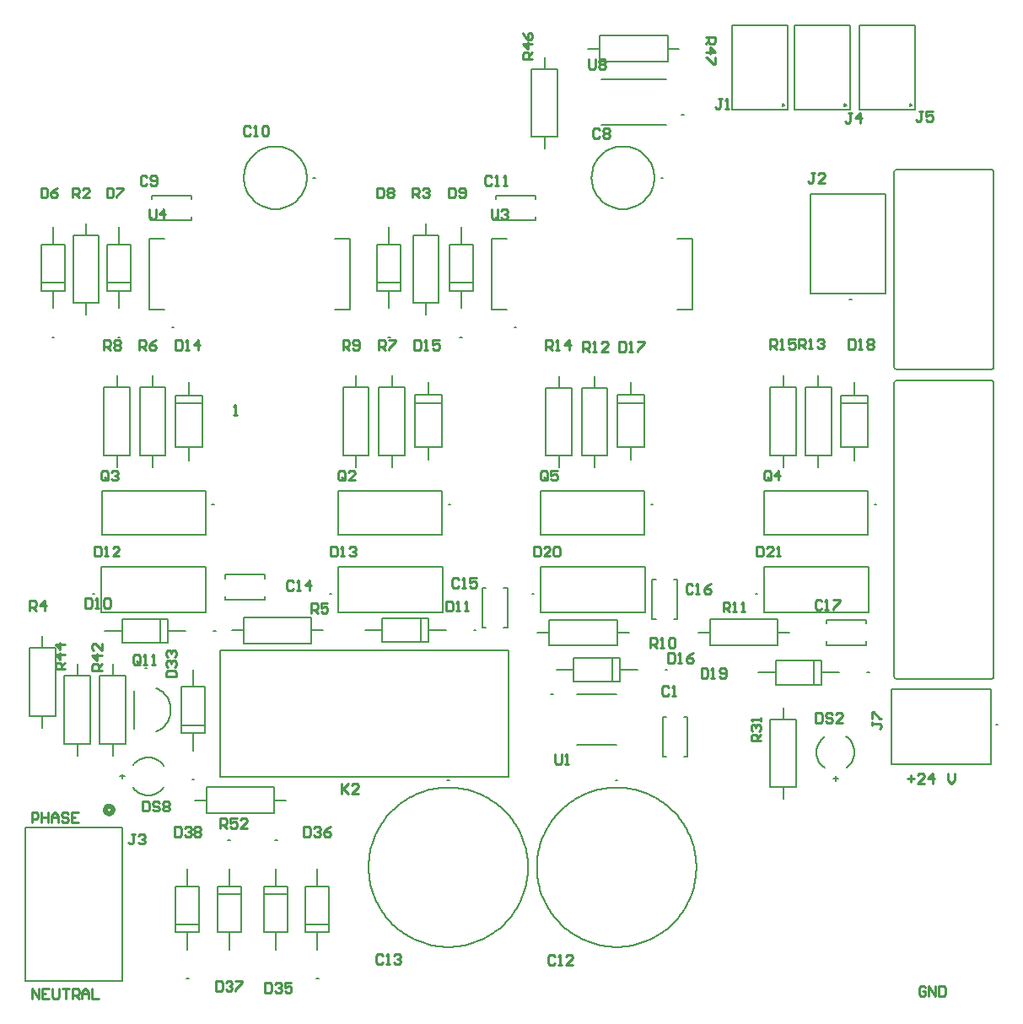
<source format=gto>
G04*
G04 #@! TF.GenerationSoftware,Altium Limited,Altium Designer,23.8.1 (32)*
G04*
G04 Layer_Color=65535*
%FSLAX25Y25*%
%MOIN*%
G70*
G04*
G04 #@! TF.SameCoordinates,CA3F4A39-35F6-43B6-803E-031CCE665758*
G04*
G04*
G04 #@! TF.FilePolarity,Positive*
G04*
G01*
G75*
%ADD10C,0.00709*%
%ADD11C,0.00500*%
%ADD12C,0.02000*%
%ADD13C,0.00787*%
%ADD14C,0.00600*%
%ADD15C,0.01000*%
D10*
X481098Y399410D02*
X480805Y400117D01*
X480098Y400410D01*
Y282300D02*
X480805Y282593D01*
X481098Y283300D01*
X442728Y400410D02*
X442021Y400117D01*
X441728Y399410D01*
Y283300D02*
X442021Y282593D01*
X442728Y282300D01*
X481098Y482600D02*
X480805Y483307D01*
X480098Y483600D01*
Y404860D02*
X480805Y405153D01*
X481098Y405860D01*
X442728Y483600D02*
X442021Y483307D01*
X441728Y482600D01*
Y405860D02*
X442021Y405153D01*
X442728Y404860D01*
Y282300D02*
X480098D01*
X442728Y400410D02*
X480098D01*
X481098Y283300D02*
Y399410D01*
X441728Y283300D02*
Y399410D01*
X442728Y404860D02*
X480098D01*
X442728Y483600D02*
X480098D01*
X481098Y405860D02*
Y482600D01*
X441728Y405860D02*
Y482600D01*
D11*
X448628Y509205D02*
X447792Y509687D01*
Y508722D01*
X448628Y509205D01*
X422880D02*
X422045Y509687D01*
Y508722D01*
X422880Y509205D01*
X398376D02*
X397540Y509687D01*
Y508722D01*
X398376Y509205D01*
X149997Y261622D02*
X150901Y262045D01*
X151754Y262563D01*
X152546Y263170D01*
X153268Y263858D01*
X153912Y264620D01*
X154470Y265447D01*
X154935Y266330D01*
X155303Y267257D01*
X155569Y268219D01*
X155730Y269204D01*
X155783Y270200D01*
X155730Y271196D01*
X155569Y272181D01*
X155303Y273143D01*
X154935Y274070D01*
X154470Y274953D01*
X153912Y275780D01*
X153268Y276542D01*
X152546Y277231D01*
X151754Y277837D01*
X150901Y278355D01*
X149997Y278778D01*
X346902Y480500D02*
X346861Y481498D01*
X346741Y482489D01*
X346541Y483468D01*
X346263Y484427D01*
X345909Y485361D01*
X345481Y486263D01*
X344982Y487128D01*
X344414Y487950D01*
X343783Y488724D01*
X343091Y489444D01*
X342343Y490106D01*
X341545Y490706D01*
X340701Y491240D01*
X339816Y491704D01*
X338898Y492096D01*
X337950Y492412D01*
X336981Y492651D01*
X335995Y492811D01*
X334999Y492892D01*
X334001D01*
X333005Y492811D01*
X332019Y492651D01*
X331050Y492412D01*
X330102Y492096D01*
X329184Y491704D01*
X328299Y491240D01*
X327455Y490706D01*
X326657Y490106D01*
X325909Y489444D01*
X325217Y488724D01*
X324586Y487950D01*
X324018Y487128D01*
X323519Y486263D01*
X323091Y485361D01*
X322737Y484427D01*
X322459Y483468D01*
X322259Y482489D01*
X322139Y481498D01*
X322098Y480500D01*
X322139Y479502D01*
X322259Y478511D01*
X322459Y477532D01*
X322737Y476573D01*
X323091Y475639D01*
X323519Y474737D01*
X324018Y473872D01*
X324586Y473050D01*
X325217Y472276D01*
X325909Y471556D01*
X326657Y470894D01*
X327455Y470294D01*
X328299Y469760D01*
X329184Y469296D01*
X330102Y468904D01*
X331050Y468588D01*
X332019Y468349D01*
X333005Y468189D01*
X334001Y468109D01*
X334999D01*
X335995Y468189D01*
X336981Y468349D01*
X337950Y468588D01*
X338898Y468904D01*
X339816Y469296D01*
X340701Y469760D01*
X341545Y470294D01*
X342343Y470894D01*
X343091Y471556D01*
X343783Y472276D01*
X344414Y473050D01*
X344982Y473872D01*
X345481Y474737D01*
X345909Y475639D01*
X346263Y476573D01*
X346541Y477532D01*
X346741Y478511D01*
X346861Y479502D01*
X346902Y480500D01*
X363496Y208000D02*
X363480Y208999D01*
X363433Y209998D01*
X363353Y210994D01*
X363243Y211987D01*
X363100Y212976D01*
X362927Y213961D01*
X362722Y214939D01*
X362487Y215910D01*
X362220Y216874D01*
X361924Y217828D01*
X361597Y218772D01*
X361240Y219706D01*
X360854Y220628D01*
X360439Y221537D01*
X359995Y222432D01*
X359523Y223313D01*
X359023Y224179D01*
X358496Y225028D01*
X357943Y225860D01*
X357363Y226674D01*
X356758Y227470D01*
X356127Y228245D01*
X355473Y229001D01*
X354795Y229735D01*
X354094Y230447D01*
X353370Y231137D01*
X352625Y231803D01*
X351860Y232446D01*
X351074Y233063D01*
X350270Y233656D01*
X349446Y234223D01*
X348605Y234763D01*
X347748Y235276D01*
X346875Y235762D01*
X345986Y236220D01*
X345084Y236650D01*
X344168Y237051D01*
X343240Y237422D01*
X342301Y237764D01*
X341352Y238076D01*
X340393Y238357D01*
X339425Y238608D01*
X338451Y238828D01*
X337469Y239018D01*
X336482Y239176D01*
X335491Y239302D01*
X334496Y239397D01*
X333499Y239460D01*
X332500Y239492D01*
X331500D01*
X330501Y239460D01*
X329504Y239397D01*
X328509Y239302D01*
X327518Y239176D01*
X326531Y239018D01*
X325549Y238828D01*
X324574Y238608D01*
X323607Y238357D01*
X322648Y238076D01*
X321699Y237764D01*
X320760Y237422D01*
X319832Y237051D01*
X318916Y236650D01*
X318014Y236220D01*
X317125Y235762D01*
X316252Y235276D01*
X315394Y234763D01*
X314554Y234223D01*
X313731Y233656D01*
X312926Y233063D01*
X312140Y232446D01*
X311374Y231803D01*
X310630Y231137D01*
X309906Y230447D01*
X309205Y229735D01*
X308527Y229001D01*
X307873Y228245D01*
X307242Y227470D01*
X306637Y226674D01*
X306057Y225860D01*
X305504Y225028D01*
X304977Y224179D01*
X304477Y223313D01*
X304005Y222432D01*
X303561Y221537D01*
X303146Y220628D01*
X302760Y219706D01*
X302403Y218772D01*
X302077Y217828D01*
X301780Y216874D01*
X301513Y215910D01*
X301278Y214939D01*
X301073Y213961D01*
X300900Y212977D01*
X300757Y211987D01*
X300647Y210994D01*
X300567Y209998D01*
X300520Y208999D01*
X300504Y208000D01*
X300520Y207001D01*
X300567Y206002D01*
X300646Y205006D01*
X300757Y204013D01*
X300900Y203024D01*
X301073Y202039D01*
X301278Y201061D01*
X301513Y200090D01*
X301780Y199127D01*
X302077Y198172D01*
X302403Y197228D01*
X302760Y196294D01*
X303146Y195372D01*
X303561Y194463D01*
X304005Y193568D01*
X304477Y192687D01*
X304977Y191821D01*
X305504Y190972D01*
X306057Y190140D01*
X306637Y189326D01*
X307242Y188531D01*
X307873Y187755D01*
X308527Y186999D01*
X309205Y186265D01*
X309906Y185553D01*
X310630Y184863D01*
X311374Y184197D01*
X312140Y183554D01*
X312926Y182937D01*
X313730Y182344D01*
X314554Y181777D01*
X315394Y181237D01*
X316252Y180724D01*
X317125Y180238D01*
X318014Y179780D01*
X318916Y179350D01*
X319831Y178949D01*
X320759Y178578D01*
X321698Y178236D01*
X322648Y177924D01*
X323607Y177643D01*
X324574Y177392D01*
X325549Y177172D01*
X326531Y176982D01*
X327517Y176824D01*
X328509Y176698D01*
X329504Y176603D01*
X330501Y176540D01*
X331500Y176508D01*
X332500Y176508D01*
X333498Y176540D01*
X334496Y176603D01*
X335491Y176698D01*
X336482Y176824D01*
X337469Y176982D01*
X338450Y177172D01*
X339425Y177392D01*
X340393Y177643D01*
X341352Y177924D01*
X342301Y178236D01*
X343240Y178578D01*
X344168Y178949D01*
X345084Y179350D01*
X345986Y179780D01*
X346874Y180238D01*
X347748Y180724D01*
X348605Y181237D01*
X349446Y181777D01*
X350269Y182344D01*
X351074Y182937D01*
X351860Y183554D01*
X352625Y184197D01*
X353370Y184863D01*
X354094Y185553D01*
X354795Y186265D01*
X355473Y186999D01*
X356127Y187754D01*
X356757Y188530D01*
X357363Y189325D01*
X357942Y190140D01*
X358496Y190972D01*
X359023Y191821D01*
X359523Y192686D01*
X359995Y193567D01*
X360438Y194463D01*
X360854Y195372D01*
X361240Y196294D01*
X361596Y197227D01*
X361923Y198172D01*
X362220Y199126D01*
X362487Y200090D01*
X362722Y201061D01*
X362927Y202039D01*
X363100Y203023D01*
X363243Y204012D01*
X363353Y205006D01*
X363433Y206002D01*
X363480Y207000D01*
X363496Y208000D01*
X296996Y208000D02*
X296980Y208999D01*
X296933Y209998D01*
X296853Y210994D01*
X296743Y211987D01*
X296600Y212976D01*
X296427Y213961D01*
X296222Y214939D01*
X295987Y215910D01*
X295720Y216874D01*
X295424Y217828D01*
X295097Y218772D01*
X294740Y219706D01*
X294354Y220628D01*
X293939Y221537D01*
X293495Y222432D01*
X293023Y223313D01*
X292523Y224179D01*
X291996Y225028D01*
X291443Y225860D01*
X290863Y226674D01*
X290258Y227470D01*
X289627Y228245D01*
X288973Y229001D01*
X288295Y229735D01*
X287594Y230447D01*
X286870Y231137D01*
X286125Y231803D01*
X285360Y232446D01*
X284574Y233063D01*
X283769Y233656D01*
X282946Y234223D01*
X282105Y234763D01*
X281248Y235276D01*
X280375Y235762D01*
X279486Y236220D01*
X278584Y236650D01*
X277668Y237051D01*
X276741Y237422D01*
X275801Y237764D01*
X274852Y238076D01*
X273893Y238357D01*
X272925Y238608D01*
X271951Y238828D01*
X270969Y239018D01*
X269982Y239176D01*
X268991Y239302D01*
X267996Y239397D01*
X266999Y239460D01*
X266000Y239492D01*
X265000D01*
X264001Y239460D01*
X263004Y239397D01*
X262009Y239302D01*
X261018Y239176D01*
X260031Y239018D01*
X259049Y238828D01*
X258074Y238608D01*
X257107Y238357D01*
X256148Y238076D01*
X255199Y237764D01*
X254259Y237422D01*
X253332Y237051D01*
X252416Y236650D01*
X251514Y236220D01*
X250625Y235762D01*
X249752Y235276D01*
X248895Y234763D01*
X248054Y234223D01*
X247231Y233656D01*
X246426Y233063D01*
X245640Y232446D01*
X244875Y231803D01*
X244130Y231137D01*
X243406Y230447D01*
X242705Y229735D01*
X242027Y229001D01*
X241373Y228245D01*
X240742Y227470D01*
X240137Y226674D01*
X239557Y225860D01*
X239004Y225028D01*
X238477Y224179D01*
X237977Y223313D01*
X237505Y222432D01*
X237061Y221537D01*
X236646Y220628D01*
X236260Y219706D01*
X235903Y218772D01*
X235577Y217828D01*
X235280Y216874D01*
X235013Y215910D01*
X234778Y214939D01*
X234573Y213961D01*
X234400Y212977D01*
X234257Y211987D01*
X234147Y210994D01*
X234067Y209998D01*
X234020Y208999D01*
X234004Y208000D01*
X234020Y207001D01*
X234067Y206002D01*
X234146Y205006D01*
X234257Y204013D01*
X234400Y203024D01*
X234573Y202039D01*
X234778Y201061D01*
X235013Y200090D01*
X235280Y199127D01*
X235577Y198172D01*
X235903Y197228D01*
X236260Y196294D01*
X236646Y195372D01*
X237061Y194463D01*
X237505Y193568D01*
X237977Y192687D01*
X238477Y191821D01*
X239004Y190972D01*
X239557Y190140D01*
X240137Y189326D01*
X240742Y188531D01*
X241372Y187755D01*
X242027Y186999D01*
X242705Y186265D01*
X243406Y185553D01*
X244129Y184863D01*
X244874Y184197D01*
X245640Y183554D01*
X246426Y182937D01*
X247230Y182344D01*
X248054Y181777D01*
X248894Y181237D01*
X249752Y180724D01*
X250625Y180238D01*
X251514Y179780D01*
X252416Y179350D01*
X253331Y178949D01*
X254259Y178578D01*
X255199Y178236D01*
X256148Y177924D01*
X257107Y177643D01*
X258074Y177392D01*
X259049Y177172D01*
X260031Y176982D01*
X261017Y176824D01*
X262009Y176698D01*
X263004Y176603D01*
X264001Y176540D01*
X265000Y176508D01*
X266000Y176508D01*
X266998Y176540D01*
X267996Y176603D01*
X268991Y176698D01*
X269982Y176824D01*
X270969Y176982D01*
X271950Y177172D01*
X272925Y177392D01*
X273893Y177643D01*
X274852Y177924D01*
X275801Y178236D01*
X276740Y178578D01*
X277668Y178949D01*
X278584Y179350D01*
X279486Y179780D01*
X280374Y180238D01*
X281248Y180724D01*
X282105Y181237D01*
X282946Y181777D01*
X283769Y182344D01*
X284574Y182937D01*
X285360Y183554D01*
X286125Y184197D01*
X286870Y184863D01*
X287594Y185553D01*
X288295Y186265D01*
X288973Y186999D01*
X289627Y187754D01*
X290257Y188530D01*
X290863Y189325D01*
X291442Y190140D01*
X291996Y190972D01*
X292523Y191821D01*
X293023Y192686D01*
X293495Y193567D01*
X293938Y194463D01*
X294354Y195372D01*
X294740Y196294D01*
X295096Y197227D01*
X295423Y198172D01*
X295720Y199126D01*
X295987Y200090D01*
X296222Y201061D01*
X296427Y202039D01*
X296600Y203023D01*
X296743Y204012D01*
X296853Y205006D01*
X296933Y206002D01*
X296980Y207000D01*
X296996Y208000D01*
X209502Y480500D02*
X209461Y481498D01*
X209341Y482489D01*
X209141Y483468D01*
X208863Y484427D01*
X208509Y485361D01*
X208081Y486263D01*
X207582Y487128D01*
X207014Y487950D01*
X206383Y488724D01*
X205691Y489444D01*
X204943Y490106D01*
X204145Y490706D01*
X203301Y491240D01*
X202416Y491704D01*
X201498Y492096D01*
X200550Y492412D01*
X199581Y492651D01*
X198595Y492811D01*
X197599Y492892D01*
X196601D01*
X195605Y492811D01*
X194619Y492651D01*
X193650Y492412D01*
X192702Y492096D01*
X191783Y491704D01*
X190899Y491240D01*
X190055Y490706D01*
X189257Y490106D01*
X188509Y489444D01*
X187817Y488724D01*
X187186Y487950D01*
X186618Y487128D01*
X186119Y486263D01*
X185691Y485361D01*
X185337Y484427D01*
X185059Y483468D01*
X184859Y482489D01*
X184739Y481498D01*
X184698Y480500D01*
X184739Y479502D01*
X184859Y478511D01*
X185059Y477532D01*
X185337Y476573D01*
X185691Y475639D01*
X186119Y474737D01*
X186618Y473872D01*
X187186Y473050D01*
X187817Y472276D01*
X188509Y471556D01*
X189257Y470894D01*
X190055Y470294D01*
X190899Y469760D01*
X191783Y469296D01*
X192702Y468904D01*
X193650Y468588D01*
X194619Y468349D01*
X195605Y468189D01*
X196601Y468109D01*
X197599D01*
X198595Y468189D01*
X199581Y468349D01*
X200550Y468588D01*
X201498Y468904D01*
X202416Y469296D01*
X203301Y469760D01*
X204145Y470294D01*
X204943Y470894D01*
X205691Y471556D01*
X206383Y472276D01*
X207014Y473050D01*
X207582Y473872D01*
X208081Y474737D01*
X208509Y475639D01*
X208863Y476573D01*
X209141Y477532D01*
X209341Y478511D01*
X209461Y479502D01*
X209502Y480500D01*
X303500Y492069D02*
Y496714D01*
Y523486D02*
Y528132D01*
X308618Y496714D02*
Y523486D01*
X303500Y496714D02*
X308618D01*
X298382D02*
X303500D01*
X298382D02*
Y523486D01*
X303500D01*
X308618D01*
X450000Y507354D02*
Y540819D01*
X428032Y507354D02*
Y540819D01*
X450000D01*
X428032Y507354D02*
X450000D01*
X424252D02*
Y540819D01*
X402283Y507354D02*
Y540819D01*
X424252D01*
X402283Y507354D02*
X424252D01*
X399748D02*
Y540819D01*
X377780Y507354D02*
Y540819D01*
X399748D01*
X377780Y507354D02*
X399748D01*
X141217Y262627D02*
Y277773D01*
Y262627D02*
Y277773D01*
X177126Y323621D02*
X192874D01*
X177126Y313779D02*
X192874D01*
Y322224D02*
Y323621D01*
X177126Y322224D02*
Y323621D01*
X192874Y313779D02*
Y315176D01*
X177126Y313779D02*
Y315176D01*
X175186Y293700D02*
X289339D01*
Y243700D02*
Y293700D01*
X175166Y243700D02*
X289339D01*
X175166D02*
Y293700D01*
X211332Y296480D02*
Y301598D01*
Y306717D01*
X184561D02*
X211332D01*
X184561Y301598D02*
Y306717D01*
Y296480D02*
Y301598D01*
Y296480D02*
X211332D01*
Y301598D02*
X215978D01*
X179915D02*
X184561D01*
X257614D02*
X264504D01*
X232496D02*
X239386D01*
Y296923D02*
X257614D01*
X239386D02*
Y301598D01*
Y306274D01*
X257614D01*
Y301598D02*
Y306274D01*
Y296923D02*
Y301598D01*
X254500Y297098D02*
Y306098D01*
X395686Y295681D02*
Y300799D01*
Y305917D01*
X368914D02*
X395686D01*
X368914Y300799D02*
Y305917D01*
Y295681D02*
Y300799D01*
Y295681D02*
X395686D01*
Y300799D02*
X400332D01*
X364269D02*
X368914D01*
X305414Y300700D02*
Y305818D01*
Y295582D02*
Y300700D01*
Y295582D02*
X332186D01*
Y300700D01*
Y305818D01*
X305414D02*
X332186D01*
X300769Y300700D02*
X305414D01*
X332186D02*
X336832D01*
X288821Y302626D02*
Y318374D01*
X278979Y302626D02*
Y318374D01*
X287424Y302626D02*
X288821D01*
X287424Y318374D02*
X288821D01*
X278979Y302626D02*
X280376D01*
X278979Y318374D02*
X280376D01*
X355921Y306126D02*
Y321874D01*
X346079Y306126D02*
Y321874D01*
X354524Y306126D02*
X355921D01*
X354524Y321874D02*
X355921D01*
X346079Y306126D02*
X347476D01*
X346079Y321874D02*
X347476D01*
X333314Y286200D02*
X340204D01*
X308196D02*
X315086D01*
Y281525D02*
X333314D01*
X315086D02*
Y286200D01*
Y290875D01*
X333314D01*
Y286200D02*
Y290875D01*
Y281525D02*
Y286200D01*
X330200Y281700D02*
Y290700D01*
X316126Y256559D02*
X331874D01*
X316126Y276441D02*
X331874D01*
X413114Y284900D02*
X420004D01*
X387996D02*
X394886D01*
Y280225D02*
X413114D01*
X394886D02*
Y284900D01*
Y289575D01*
X413114D01*
Y284900D02*
Y289575D01*
Y280225D02*
Y284900D01*
X410000Y280400D02*
Y289400D01*
X397900Y266386D02*
X403018D01*
X392782D02*
X397900D01*
X392782Y239614D02*
Y266386D01*
Y239614D02*
X397900D01*
X403018D01*
Y266386D01*
X397900D02*
Y271032D01*
Y234969D02*
Y239614D01*
X134500Y397634D02*
X139618D01*
X129382D02*
X134500D01*
X129382Y370862D02*
Y397634D01*
Y370862D02*
X134500D01*
X139618D01*
Y397634D01*
X134500D02*
Y402280D01*
Y366217D02*
Y370862D01*
X163000Y368894D02*
Y374012D01*
Y394484D02*
Y399602D01*
Y374012D02*
X168315D01*
X157685D02*
X163000D01*
X157685Y394484D02*
X163000D01*
X168315D01*
X157685Y391236D02*
X168315D01*
X157685Y374012D02*
Y391236D01*
Y394484D01*
X168315Y391236D02*
Y394484D01*
Y374012D02*
Y391236D01*
X128331Y308713D02*
X169669D01*
Y326783D01*
X128331D02*
X169669D01*
X128331Y308713D02*
Y326783D01*
X169502Y339309D02*
Y356809D01*
X128498Y339309D02*
X169502D01*
X128498D02*
Y356809D01*
X169502D01*
X148650Y397634D02*
X153768D01*
X143532D02*
X148650D01*
X143532Y370862D02*
Y397634D01*
Y370862D02*
X148650D01*
X153768D01*
Y397634D01*
X148650D02*
Y402280D01*
Y366217D02*
Y370862D01*
X170014Y234500D02*
Y239618D01*
Y229382D02*
Y234500D01*
Y229382D02*
X196786D01*
Y234500D01*
Y239618D01*
X170014D02*
X196786D01*
X165369Y234500D02*
X170014D01*
X196786D02*
X201432D01*
X440615Y248752D02*
X479985D01*
Y278280D01*
X440615D02*
X479985D01*
X440615Y248752D02*
Y278280D01*
X127782Y256814D02*
X132900D01*
X138018D01*
Y283586D01*
X132900D02*
X138018D01*
X127782D02*
X132900D01*
X127782Y256814D02*
Y283586D01*
X132900Y252169D02*
Y256814D01*
Y283586D02*
Y288232D01*
X113782Y256814D02*
X118900D01*
X124018D01*
Y283586D01*
X118900D02*
X124018D01*
X113782D02*
X118900D01*
X113782Y256814D02*
Y283586D01*
X118900Y252169D02*
Y256814D01*
Y283586D02*
Y288232D01*
X164600Y254195D02*
Y261085D01*
Y279313D02*
Y286203D01*
X159925Y261085D02*
Y279313D01*
X164600D01*
X169275D01*
Y261085D02*
Y279313D01*
X164600Y261085D02*
X169275D01*
X159925D02*
X164600D01*
X160100Y264199D02*
X169100D01*
X325360Y531500D02*
Y536618D01*
Y526382D02*
Y531500D01*
Y526382D02*
X352132D01*
Y531500D01*
Y536618D01*
X325360D02*
X352132D01*
X320714Y531500D02*
X325360D01*
X352132D02*
X356777D01*
X197400Y200487D02*
Y207377D01*
Y175369D02*
Y182259D01*
X202075D02*
Y200487D01*
X197400Y182259D02*
X202075D01*
X192725D02*
X197400D01*
X192725D02*
Y200487D01*
X197400D01*
X202075D01*
X192900Y197373D02*
X201900D01*
X213767Y175369D02*
Y182259D01*
Y200487D02*
Y207377D01*
X209091Y182259D02*
Y200487D01*
X213767D01*
X218442D01*
Y182259D02*
Y200487D01*
X213767Y182259D02*
X218442D01*
X209091D02*
X213767D01*
X209267Y185373D02*
X218267D01*
X162433Y175369D02*
Y182259D01*
Y200487D02*
Y207377D01*
X157758Y182259D02*
Y200487D01*
X162433D01*
X167109D01*
Y182259D02*
Y200487D01*
X162433Y182259D02*
X167109D01*
X157758D02*
X162433D01*
X157933Y185373D02*
X166933D01*
X178800Y200487D02*
Y207377D01*
Y175369D02*
Y182259D01*
X183475D02*
Y200487D01*
X178800Y182259D02*
X183475D01*
X174125D02*
X178800D01*
X174125D02*
Y200487D01*
X178800D01*
X183475D01*
X174300Y197373D02*
X183300D01*
X431302Y339309D02*
Y356809D01*
X390298Y339309D02*
X431302D01*
X390298D02*
Y356809D01*
X431302D01*
X343102Y339309D02*
Y356809D01*
X302098Y339309D02*
X343102D01*
X302098D02*
Y356809D01*
X343102D01*
X301931Y308713D02*
X343269D01*
Y326783D01*
X301931D02*
X343269D01*
X301931Y308713D02*
Y326783D01*
X390131Y308713D02*
X431469D01*
Y326783D01*
X390131D02*
X431469D01*
X390131Y308713D02*
Y326783D01*
X337700Y368992D02*
Y374110D01*
Y394583D02*
Y399701D01*
Y374110D02*
X343015D01*
X332385D02*
X337700D01*
X332385Y394583D02*
X337700D01*
X343015D01*
X332385Y391335D02*
X343015D01*
X332385Y374110D02*
Y391335D01*
Y394583D01*
X343015Y391335D02*
Y394583D01*
Y374110D02*
Y391335D01*
X309175Y397559D02*
X314293D01*
X304057D02*
X309175D01*
X304057Y370787D02*
Y397559D01*
Y370787D02*
X309175D01*
X314293D01*
Y397559D01*
X309175D02*
Y402204D01*
Y366141D02*
Y370787D01*
X323339Y397483D02*
X328457D01*
X318221D02*
X323339D01*
X318221Y370712D02*
Y397483D01*
Y370712D02*
X323339D01*
X328457D01*
Y397483D01*
X323339D02*
Y402129D01*
Y366066D02*
Y370712D01*
X411749Y397634D02*
X416867D01*
X406631D02*
X411749D01*
X406631Y370862D02*
Y397634D01*
Y370862D02*
X411749D01*
X416867D01*
Y397634D01*
X411749D02*
Y402280D01*
Y366217D02*
Y370862D01*
X397900Y397634D02*
X403018D01*
X392782D02*
X397900D01*
X392782Y370862D02*
Y397634D01*
Y370862D02*
X397900D01*
X403018D01*
Y397634D01*
X397900D02*
Y402280D01*
Y366217D02*
Y370862D01*
X425900Y368894D02*
Y374012D01*
Y394484D02*
Y399602D01*
Y374012D02*
X431215D01*
X420585D02*
X425900D01*
X420585Y394484D02*
X425900D01*
X431215D01*
X420585Y391236D02*
X431215D01*
X420585Y374012D02*
Y391236D01*
Y394484D01*
X431215Y391236D02*
Y394484D01*
Y374012D02*
Y391236D01*
X325950Y519355D02*
X351541D01*
X325950Y501245D02*
X351541D01*
X147236Y428484D02*
X153311D01*
X147236D02*
Y456516D01*
X153311D01*
X220689D02*
X226764D01*
Y428484D02*
Y456516D01*
X220689Y428484D02*
X226764D01*
X109260Y428996D02*
Y435886D01*
Y454114D02*
Y461004D01*
X104585Y435886D02*
Y454114D01*
X109260D01*
X113935D01*
Y435886D02*
Y454114D01*
X109260Y435886D02*
X113935D01*
X104585D02*
X109260D01*
X104760Y439000D02*
X113760D01*
X117142Y431114D02*
X122260D01*
X127378D01*
Y457886D01*
X122260D02*
X127378D01*
X117142D02*
X122260D01*
X117142Y431114D02*
Y457886D01*
X122260Y426469D02*
Y431114D01*
Y457886D02*
Y462532D01*
X135260Y428996D02*
Y435886D01*
Y454114D02*
Y461004D01*
X130585Y435886D02*
Y454114D01*
X135260D01*
X139935D01*
Y435886D02*
Y454114D01*
X135260Y435886D02*
X139935D01*
X130585D02*
X135260D01*
X130760Y439000D02*
X139760D01*
X148126Y463579D02*
X163874D01*
X148126Y473421D02*
X163874D01*
X148126Y463579D02*
Y464976D01*
X163874Y463579D02*
Y464976D01*
X148126Y472024D02*
Y473421D01*
X163874Y472024D02*
Y473421D01*
X282536Y428484D02*
X288611D01*
X282536D02*
Y456516D01*
X288611D01*
X355989D02*
X362064D01*
Y428484D02*
Y456516D01*
X355989Y428484D02*
X362064D01*
X242100Y428996D02*
Y435886D01*
Y454114D02*
Y461004D01*
X237425Y435886D02*
Y454114D01*
X242100D01*
X246775D01*
Y435886D02*
Y454114D01*
X242100Y435886D02*
X246775D01*
X237425D02*
X242100D01*
X237600Y439000D02*
X246600D01*
X251482Y431122D02*
X256600D01*
X261718D01*
Y457894D01*
X256600D02*
X261718D01*
X251482D02*
X256600D01*
X251482Y431122D02*
Y457894D01*
X256600Y426476D02*
Y431122D01*
Y457894D02*
Y462539D01*
X270500Y428996D02*
Y435886D01*
Y454114D02*
Y461004D01*
X265825Y435886D02*
Y454114D01*
X270500D01*
X275175D01*
Y435886D02*
Y454114D01*
X270500Y435886D02*
X275175D01*
X265825D02*
X270500D01*
X266000Y439000D02*
X275000D01*
X284326Y463579D02*
X300074D01*
X284326Y473421D02*
X300074D01*
X284326Y463579D02*
Y464976D01*
X300074Y463579D02*
Y464976D01*
X284326Y472024D02*
Y473421D01*
X300074Y472024D02*
Y473421D01*
X154720Y301500D02*
X161610D01*
X129602D02*
X136492D01*
Y296825D02*
X154720D01*
X136492D02*
Y301500D01*
Y306175D01*
X154720D01*
Y301500D02*
Y306175D01*
Y296825D02*
Y301500D01*
X151606Y297000D02*
Y306000D01*
X99982Y267814D02*
X105100D01*
X110218D01*
Y294586D01*
X105100D02*
X110218D01*
X99982D02*
X105100D01*
X99982Y267814D02*
Y294586D01*
X105100Y263169D02*
Y267814D01*
Y294586D02*
Y299232D01*
X263002Y339309D02*
Y356809D01*
X221998Y339309D02*
X263002D01*
X221998D02*
Y356809D01*
X263002D01*
X221831Y308713D02*
X263169D01*
Y326783D01*
X221831D02*
X263169D01*
X221831Y308713D02*
Y326783D01*
X243150Y397634D02*
X248268D01*
X238032D02*
X243150D01*
X238032Y370862D02*
Y397634D01*
Y370862D02*
X243150D01*
X248268D01*
Y397634D01*
X243150D02*
Y402280D01*
Y366217D02*
Y370862D01*
X257500Y368992D02*
Y374110D01*
Y394583D02*
Y399701D01*
Y374110D02*
X262815D01*
X252185D02*
X257500D01*
X252185Y394583D02*
X257500D01*
X262815D01*
X252185Y391335D02*
X262815D01*
X252185Y374110D02*
Y391335D01*
Y394583D01*
X262815Y391335D02*
Y394583D01*
Y374110D02*
Y391335D01*
X229000Y397634D02*
X234118D01*
X223882D02*
X229000D01*
X223882Y370862D02*
Y397634D01*
Y370862D02*
X229000D01*
X234118D01*
Y397634D01*
X229000D02*
Y402280D01*
Y366217D02*
Y370862D01*
X350179Y251726D02*
Y267474D01*
X360021Y251726D02*
Y267474D01*
X350179D02*
X351576D01*
X350179Y251726D02*
X351576D01*
X358624Y267474D02*
X360021D01*
X358624Y251726D02*
X360021D01*
X414826Y295878D02*
X430574D01*
X414826Y305720D02*
X430574D01*
X414826Y295878D02*
Y297276D01*
X430574Y295878D02*
Y297276D01*
X414826Y304323D02*
Y305720D01*
X430574Y304323D02*
Y305720D01*
X408652Y434815D02*
Y474185D01*
Y434815D02*
X438180D01*
Y474185D01*
X408652D02*
X438180D01*
D12*
X132900Y230610D02*
X132549Y231574D01*
X131660Y232087D01*
X130650Y231909D01*
X129990Y231123D01*
Y230097D01*
X130650Y229311D01*
X131660Y229133D01*
X132549Y229646D01*
X132900Y230610D01*
D13*
X153120Y248056D02*
X152488Y248873D01*
X151749Y249596D01*
X150918Y250209D01*
X150011Y250703D01*
X149044Y251067D01*
X148036Y251294D01*
X147006Y251380D01*
X145975Y251323D01*
X144961Y251125D01*
X143984Y250789D01*
X143063Y250321D01*
X142215Y249731D01*
X141456Y249030D01*
X140801Y248231D01*
Y239569D02*
X141456Y238770D01*
X142215Y238069D01*
X143063Y237479D01*
X143984Y237011D01*
X144961Y236675D01*
X145975Y236477D01*
X147006Y236420D01*
X148036Y236506D01*
X149044Y236733D01*
X150011Y237097D01*
X150918Y237591D01*
X151749Y238204D01*
X152488Y238927D01*
X153120Y239744D01*
X146315Y286735D02*
X145528D01*
X146315D01*
X276354Y301598D02*
X275567D01*
X276354D01*
X352054Y286200D02*
X351267D01*
X352054D01*
X306894Y276362D02*
X306106D01*
X306894D01*
X431854Y284900D02*
X431067D01*
X431854D01*
X125782Y315965D02*
X124994D01*
X125782D01*
X172848Y351248D02*
X172061D01*
X172848D01*
X350248Y480500D02*
X349461D01*
X350248D01*
X482741Y264500D02*
X481953D01*
X482741D01*
X164994Y242739D02*
X164206D01*
X164994D01*
X332394Y242449D02*
X331606D01*
X332394D01*
X265894D02*
X265106D01*
X265894D01*
X197794Y218834D02*
X197006D01*
X197794D01*
X214160Y163913D02*
X213373D01*
X214160D01*
X162827D02*
X162040D01*
X162827D01*
X179194Y218834D02*
X178406D01*
X179194D01*
X434648Y351248D02*
X433861D01*
X434648D01*
X346448D02*
X345661D01*
X346448D01*
X299381Y315965D02*
X298594D01*
X299381D01*
X387581D02*
X386794D01*
X387581D01*
X358470Y505300D02*
X357683D01*
X358470D01*
X157079Y421240D02*
X156291D01*
X157079D01*
X109653Y417539D02*
X108866D01*
X109653D01*
X135653D02*
X134866D01*
X135653D01*
X212848Y480500D02*
X212061D01*
X212848D01*
X292379Y421240D02*
X291591D01*
X292379D01*
X242494Y417539D02*
X241706D01*
X242494D01*
X270894D02*
X270106D01*
X270894D01*
X173461Y301500D02*
X172673D01*
X173461D01*
X266348Y351248D02*
X265561D01*
X266348D01*
X219282Y315965D02*
X218494D01*
X219282D01*
X424794Y432453D02*
X424006D01*
X424794D01*
X414344Y259620D02*
X413527Y258988D01*
X412804Y258249D01*
X412191Y257418D01*
X411697Y256511D01*
X411333Y255544D01*
X411106Y254536D01*
X411020Y253506D01*
X411077Y252475D01*
X411275Y251461D01*
X411611Y250484D01*
X412079Y249563D01*
X412669Y248715D01*
X413370Y247956D01*
X414169Y247301D01*
X422831D02*
X423630Y247956D01*
X424331Y248715D01*
X424921Y249563D01*
X425389Y250484D01*
X425725Y251461D01*
X425923Y252475D01*
X425980Y253506D01*
X425894Y254536D01*
X425667Y255544D01*
X425303Y256511D01*
X424809Y257418D01*
X424196Y258249D01*
X423473Y258988D01*
X422656Y259620D01*
X135601Y243900D02*
X137569D01*
X136585Y242916D02*
Y244884D01*
X418500Y242101D02*
Y244069D01*
X417516Y243085D02*
X419484D01*
D14*
X98224Y163210D02*
Y223610D01*
Y163210D02*
X136624D01*
Y223610D01*
X98224D02*
X136624D01*
D15*
X454124Y160380D02*
X453468Y161036D01*
X452156D01*
X451500Y160380D01*
Y157756D01*
X452156Y157100D01*
X453468D01*
X454124Y157756D01*
Y159068D01*
X452812D01*
X455436Y157100D02*
Y161036D01*
X458060Y157100D01*
Y161036D01*
X459372D02*
Y157100D01*
X461339D01*
X461995Y157756D01*
Y160380D01*
X461339Y161036D01*
X459372D01*
X298768Y527352D02*
X294832D01*
Y529320D01*
X295488Y529976D01*
X296800D01*
X297456Y529320D01*
Y527352D01*
Y528664D02*
X298768Y529976D01*
Y533256D02*
X294832D01*
X296800Y531288D01*
Y533912D01*
X294832Y537848D02*
X295488Y536536D01*
X296800Y535224D01*
X298112D01*
X298768Y535880D01*
Y537192D01*
X298112Y537848D01*
X297456D01*
X296800Y537192D01*
Y535224D01*
X453044Y506768D02*
X451732D01*
X452388D01*
Y503488D01*
X451732Y502832D01*
X451076D01*
X450420Y503488D01*
X456980Y506768D02*
X454356D01*
Y504800D01*
X455668Y505456D01*
X456324D01*
X456980Y504800D01*
Y503488D01*
X456324Y502832D01*
X455012D01*
X454356Y503488D01*
X425044Y506068D02*
X423732D01*
X424388D01*
Y502788D01*
X423732Y502132D01*
X423076D01*
X422420Y502788D01*
X428324Y502132D02*
Y506068D01*
X426356Y504100D01*
X428980D01*
X373700Y511668D02*
X372388D01*
X373044D01*
Y508388D01*
X372388Y507732D01*
X371732D01*
X371076Y508388D01*
X375012Y507732D02*
X376324D01*
X375668D01*
Y511668D01*
X375012Y511012D01*
X101100Y156200D02*
Y160136D01*
X103724Y156200D01*
Y160136D01*
X107660D02*
X105036D01*
Y156200D01*
X107660D01*
X105036Y158168D02*
X106348D01*
X108972Y160136D02*
Y156856D01*
X109627Y156200D01*
X110939D01*
X111595Y156856D01*
Y160136D01*
X112907D02*
X115531D01*
X114219D01*
Y156200D01*
X116843D02*
Y160136D01*
X118811D01*
X119467Y159480D01*
Y158168D01*
X118811Y157512D01*
X116843D01*
X118155D02*
X119467Y156200D01*
X120779D02*
Y158824D01*
X122091Y160136D01*
X123403Y158824D01*
Y156200D01*
Y158168D01*
X120779D01*
X124714Y160136D02*
Y156200D01*
X127338D01*
X100800Y225700D02*
Y229636D01*
X102768D01*
X103424Y228980D01*
Y227668D01*
X102768Y227012D01*
X100800D01*
X104736Y229636D02*
Y225700D01*
Y227668D01*
X107360D01*
Y229636D01*
Y225700D01*
X108671D02*
Y228324D01*
X109983Y229636D01*
X111295Y228324D01*
Y225700D01*
Y227668D01*
X108671D01*
X115231Y228980D02*
X114575Y229636D01*
X113263D01*
X112607Y228980D01*
Y228324D01*
X113263Y227668D01*
X114575D01*
X115231Y227012D01*
Y226356D01*
X114575Y225700D01*
X113263D01*
X112607Y226356D01*
X119167Y229636D02*
X116543D01*
Y225700D01*
X119167D01*
X116543Y227668D02*
X117855D01*
X447100Y242968D02*
X449724D01*
X448412Y244280D02*
Y241656D01*
X453660Y241000D02*
X451036D01*
X453660Y243624D01*
Y244280D01*
X453004Y244936D01*
X451692D01*
X451036Y244280D01*
X456939Y241000D02*
Y244936D01*
X454972Y242968D01*
X457595D01*
X462843Y244936D02*
Y242312D01*
X464155Y241000D01*
X465467Y242312D01*
Y244936D01*
X321100Y527336D02*
Y524056D01*
X321756Y523400D01*
X323068D01*
X323724Y524056D01*
Y527336D01*
X325036Y526680D02*
X325692Y527336D01*
X327004D01*
X327660Y526680D01*
Y526024D01*
X327004Y525368D01*
X327660Y524712D01*
Y524056D01*
X327004Y523400D01*
X325692D01*
X325036Y524056D01*
Y524712D01*
X325692Y525368D01*
X325036Y526024D01*
Y526680D01*
X325692Y525368D02*
X327004D01*
X147200Y468036D02*
Y464756D01*
X147856Y464100D01*
X149168D01*
X149824Y464756D01*
Y468036D01*
X153104Y464100D02*
Y468036D01*
X151136Y466068D01*
X153760D01*
X282500Y468036D02*
Y464756D01*
X283156Y464100D01*
X284468D01*
X285124Y464756D01*
Y468036D01*
X286436Y467380D02*
X287092Y468036D01*
X288404D01*
X289060Y467380D01*
Y466724D01*
X288404Y466068D01*
X287748D01*
X288404D01*
X289060Y465412D01*
Y464756D01*
X288404Y464100D01*
X287092D01*
X286436Y464756D01*
X307776Y252568D02*
Y249288D01*
X308432Y248632D01*
X309744D01*
X310400Y249288D01*
Y252568D01*
X311712Y248632D02*
X313024D01*
X312368D01*
Y252568D01*
X311712Y251912D01*
X175452Y223532D02*
Y227468D01*
X177420D01*
X178076Y226812D01*
Y225500D01*
X177420Y224844D01*
X175452D01*
X176764D02*
X178076Y223532D01*
X182012Y227468D02*
X179388D01*
Y225500D01*
X180700Y226156D01*
X181356D01*
X182012Y225500D01*
Y224188D01*
X181356Y223532D01*
X180044D01*
X179388Y224188D01*
X185948Y223532D02*
X183324D01*
X185948Y226156D01*
Y226812D01*
X185292Y227468D01*
X183980D01*
X183324Y226812D01*
X367132Y536048D02*
X371068D01*
Y534080D01*
X370412Y533424D01*
X369100D01*
X368444Y534080D01*
Y536048D01*
Y534736D02*
X367132Y533424D01*
Y530144D02*
X371068D01*
X369100Y532112D01*
Y529488D01*
X371068Y528176D02*
Y525552D01*
X370412D01*
X367788Y528176D01*
X367132D01*
X114068Y286253D02*
X110132D01*
Y288221D01*
X110788Y288877D01*
X112100D01*
X112756Y288221D01*
Y286253D01*
Y287565D02*
X114068Y288877D01*
Y292157D02*
X110132D01*
X112100Y290189D01*
Y292813D01*
X114068Y296093D02*
X110132D01*
X112100Y294125D01*
Y296748D01*
X128668Y285753D02*
X124732D01*
Y287721D01*
X125388Y288377D01*
X126700D01*
X127356Y287721D01*
Y285753D01*
Y287065D02*
X128668Y288377D01*
Y291657D02*
X124732D01*
X126700Y289689D01*
Y292313D01*
X128668Y296248D02*
Y293625D01*
X126044Y296248D01*
X125388D01*
X124732Y295592D01*
Y294281D01*
X125388Y293625D01*
X389068Y257908D02*
X385132D01*
Y259876D01*
X385788Y260532D01*
X387100D01*
X387756Y259876D01*
Y257908D01*
Y259220D02*
X389068Y260532D01*
X385788Y261844D02*
X385132Y262500D01*
Y263812D01*
X385788Y264468D01*
X386444D01*
X387100Y263812D01*
Y263156D01*
Y263812D01*
X387756Y264468D01*
X388412D01*
X389068Y263812D01*
Y262500D01*
X388412Y261844D01*
X389068Y265780D02*
Y267092D01*
Y266436D01*
X385132D01*
X385788Y265780D01*
X392779Y412832D02*
Y416768D01*
X394747D01*
X395403Y416112D01*
Y414800D01*
X394747Y414144D01*
X392779D01*
X394091D02*
X395403Y412832D01*
X396714D02*
X398026D01*
X397371D01*
Y416768D01*
X396714Y416112D01*
X402618Y416768D02*
X399994D01*
Y414800D01*
X401306Y415456D01*
X401962D01*
X402618Y414800D01*
Y413488D01*
X401962Y412832D01*
X400650D01*
X399994Y413488D01*
X304000Y412300D02*
Y416236D01*
X305968D01*
X306624Y415580D01*
Y414268D01*
X305968Y413612D01*
X304000D01*
X305312D02*
X306624Y412300D01*
X307936D02*
X309248D01*
X308592D01*
Y416236D01*
X307936Y415580D01*
X313183Y412300D02*
Y416236D01*
X311215Y414268D01*
X313839D01*
X404029Y412932D02*
Y416868D01*
X405997D01*
X406653Y416212D01*
Y414900D01*
X405997Y414244D01*
X404029D01*
X405341D02*
X406653Y412932D01*
X407965D02*
X409277D01*
X408621D01*
Y416868D01*
X407965Y416212D01*
X411245D02*
X411901Y416868D01*
X413213D01*
X413869Y416212D01*
Y415556D01*
X413213Y414900D01*
X412557D01*
X413213D01*
X413869Y414244D01*
Y413588D01*
X413213Y412932D01*
X411901D01*
X411245Y413588D01*
X318680Y411732D02*
Y415668D01*
X320648D01*
X321304Y415012D01*
Y413700D01*
X320648Y413044D01*
X318680D01*
X319992D02*
X321304Y411732D01*
X322616D02*
X323928D01*
X323272D01*
Y415668D01*
X322616Y415012D01*
X328520Y411732D02*
X325896D01*
X328520Y414356D01*
Y415012D01*
X327864Y415668D01*
X326552D01*
X325896Y415012D01*
X374136Y308932D02*
Y312868D01*
X376104D01*
X376760Y312212D01*
Y310900D01*
X376104Y310244D01*
X374136D01*
X375448D02*
X376760Y308932D01*
X378072D02*
X379384D01*
X378728D01*
Y312868D01*
X378072Y312212D01*
X381352Y308932D02*
X382664D01*
X382008D01*
Y312868D01*
X381352Y312212D01*
X345280Y294632D02*
Y298568D01*
X347248D01*
X347904Y297912D01*
Y296600D01*
X347248Y295944D01*
X345280D01*
X346592D02*
X347904Y294632D01*
X349216D02*
X350528D01*
X349872D01*
Y298568D01*
X349216Y297912D01*
X352496D02*
X353152Y298568D01*
X354464D01*
X355120Y297912D01*
Y295288D01*
X354464Y294632D01*
X353152D01*
X352496Y295288D01*
Y297912D01*
X223800Y412300D02*
Y416236D01*
X225768D01*
X226424Y415580D01*
Y414268D01*
X225768Y413612D01*
X223800D01*
X225112D02*
X226424Y412300D01*
X227736Y412956D02*
X228392Y412300D01*
X229704D01*
X230360Y412956D01*
Y415580D01*
X229704Y416236D01*
X228392D01*
X227736Y415580D01*
Y414924D01*
X228392Y414268D01*
X230360D01*
X129300Y412300D02*
Y416236D01*
X131268D01*
X131924Y415580D01*
Y414268D01*
X131268Y413612D01*
X129300D01*
X130612D02*
X131924Y412300D01*
X133236Y415580D02*
X133892Y416236D01*
X135204D01*
X135860Y415580D01*
Y414924D01*
X135204Y414268D01*
X135860Y413612D01*
Y412956D01*
X135204Y412300D01*
X133892D01*
X133236Y412956D01*
Y413612D01*
X133892Y414268D01*
X133236Y414924D01*
Y415580D01*
X133892Y414268D02*
X135204D01*
X237900Y412300D02*
Y416236D01*
X239868D01*
X240524Y415580D01*
Y414268D01*
X239868Y413612D01*
X237900D01*
X239212D02*
X240524Y412300D01*
X241836Y416236D02*
X244460D01*
Y415580D01*
X241836Y412956D01*
Y412300D01*
X143400D02*
Y416236D01*
X145368D01*
X146024Y415580D01*
Y414268D01*
X145368Y413612D01*
X143400D01*
X144712D02*
X146024Y412300D01*
X149960Y416236D02*
X148648Y415580D01*
X147336Y414268D01*
Y412956D01*
X147992Y412300D01*
X149304D01*
X149960Y412956D01*
Y413612D01*
X149304Y414268D01*
X147336D01*
X211220Y308532D02*
Y312468D01*
X213188D01*
X213844Y311812D01*
Y310500D01*
X213188Y309844D01*
X211220D01*
X212532D02*
X213844Y308532D01*
X217780Y312468D02*
X215156D01*
Y310500D01*
X216468Y311156D01*
X217124D01*
X217780Y310500D01*
Y309188D01*
X217124Y308532D01*
X215812D01*
X215156Y309188D01*
X99900Y309300D02*
Y313236D01*
X101868D01*
X102524Y312580D01*
Y311268D01*
X101868Y310612D01*
X99900D01*
X101212D02*
X102524Y309300D01*
X105804D02*
Y313236D01*
X103836Y311268D01*
X106460D01*
X251400Y472600D02*
Y476536D01*
X253368D01*
X254024Y475880D01*
Y474568D01*
X253368Y473912D01*
X251400D01*
X252712D02*
X254024Y472600D01*
X255336Y475880D02*
X255992Y476536D01*
X257304D01*
X257960Y475880D01*
Y475224D01*
X257304Y474568D01*
X256648D01*
X257304D01*
X257960Y473912D01*
Y473256D01*
X257304Y472600D01*
X255992D01*
X255336Y473256D01*
X117100Y472600D02*
Y476536D01*
X119068D01*
X119724Y475880D01*
Y474568D01*
X119068Y473912D01*
X117100D01*
X118412D02*
X119724Y472600D01*
X123660D02*
X121036D01*
X123660Y475224D01*
Y475880D01*
X123004Y476536D01*
X121692D01*
X121036Y475880D01*
X143660Y288789D02*
Y291413D01*
X143004Y292069D01*
X141692D01*
X141036Y291413D01*
Y288789D01*
X141692Y288133D01*
X143004D01*
X142348Y289445D02*
X143660Y288133D01*
X143004D02*
X143660Y288789D01*
X144972Y288133D02*
X146284D01*
X145628D01*
Y292069D01*
X144972Y291413D01*
X148252Y288133D02*
X149564D01*
X148908D01*
Y292069D01*
X148252Y291413D01*
X304624Y361556D02*
Y364180D01*
X303968Y364836D01*
X302656D01*
X302000Y364180D01*
Y361556D01*
X302656Y360900D01*
X303968D01*
X303312Y362212D02*
X304624Y360900D01*
X303968D02*
X304624Y361556D01*
X308560Y364836D02*
X305936D01*
Y362868D01*
X307248Y363524D01*
X307904D01*
X308560Y362868D01*
Y361556D01*
X307904Y360900D01*
X306592D01*
X305936Y361556D01*
X392824D02*
Y364180D01*
X392168Y364836D01*
X390856D01*
X390200Y364180D01*
Y361556D01*
X390856Y360900D01*
X392168D01*
X391512Y362212D02*
X392824Y360900D01*
X392168D02*
X392824Y361556D01*
X396104Y360900D02*
Y364836D01*
X394136Y362868D01*
X396760D01*
X131024Y361556D02*
Y364180D01*
X130368Y364836D01*
X129056D01*
X128400Y364180D01*
Y361556D01*
X129056Y360900D01*
X130368D01*
X129712Y362212D02*
X131024Y360900D01*
X130368D02*
X131024Y361556D01*
X132336Y364180D02*
X132992Y364836D01*
X134304D01*
X134960Y364180D01*
Y363524D01*
X134304Y362868D01*
X133648D01*
X134304D01*
X134960Y362212D01*
Y361556D01*
X134304Y360900D01*
X132992D01*
X132336Y361556D01*
X224524D02*
Y364180D01*
X223868Y364836D01*
X222556D01*
X221900Y364180D01*
Y361556D01*
X222556Y360900D01*
X223868D01*
X223212Y362212D02*
X224524Y360900D01*
X223868D02*
X224524Y361556D01*
X228460Y360900D02*
X225836D01*
X228460Y363524D01*
Y364180D01*
X227804Y364836D01*
X226492D01*
X225836Y364180D01*
X223320Y240968D02*
Y237032D01*
Y238344D01*
X225944Y240968D01*
X223976Y239000D01*
X225944Y237032D01*
X229880D02*
X227256D01*
X229880Y239656D01*
Y240312D01*
X229224Y240968D01*
X227912D01*
X227256Y240312D01*
X432832Y265344D02*
Y264032D01*
Y264688D01*
X436112D01*
X436768Y264032D01*
Y263376D01*
X436112Y262720D01*
X432832Y266656D02*
Y269280D01*
X433488D01*
X436112Y266656D01*
X436768D01*
X141644Y221168D02*
X140332D01*
X140988D01*
Y217888D01*
X140332Y217232D01*
X139676D01*
X139020Y217888D01*
X142956Y220512D02*
X143612Y221168D01*
X144924D01*
X145580Y220512D01*
Y219856D01*
X144924Y219200D01*
X144268D01*
X144924D01*
X145580Y218544D01*
Y217888D01*
X144924Y217232D01*
X143612D01*
X142956Y217888D01*
X410324Y482236D02*
X409012D01*
X409668D01*
Y478956D01*
X409012Y478300D01*
X408356D01*
X407700Y478956D01*
X414260Y478300D02*
X411636D01*
X414260Y480924D01*
Y481580D01*
X413604Y482236D01*
X412292D01*
X411636Y481580D01*
X144752Y234168D02*
Y230232D01*
X146720D01*
X147376Y230888D01*
Y233512D01*
X146720Y234168D01*
X144752D01*
X151312Y233512D02*
X150656Y234168D01*
X149344D01*
X148688Y233512D01*
Y232856D01*
X149344Y232200D01*
X150656D01*
X151312Y231544D01*
Y230888D01*
X150656Y230232D01*
X149344D01*
X148688Y230888D01*
X152624Y233512D02*
X153280Y234168D01*
X154592D01*
X155248Y233512D01*
Y232856D01*
X154592Y232200D01*
X155248Y231544D01*
Y230888D01*
X154592Y230232D01*
X153280D01*
X152624Y230888D01*
Y231544D01*
X153280Y232200D01*
X152624Y232856D01*
Y233512D01*
X153280Y232200D02*
X154592D01*
X410700Y269136D02*
Y265200D01*
X412668D01*
X413324Y265856D01*
Y268480D01*
X412668Y269136D01*
X410700D01*
X417260Y268480D02*
X416604Y269136D01*
X415292D01*
X414636Y268480D01*
Y267824D01*
X415292Y267168D01*
X416604D01*
X417260Y266512D01*
Y265856D01*
X416604Y265200D01*
X415292D01*
X414636Y265856D01*
X421195Y265200D02*
X418572D01*
X421195Y267824D01*
Y268480D01*
X420539Y269136D01*
X419227D01*
X418572Y268480D01*
X157252Y223968D02*
Y220032D01*
X159220D01*
X159876Y220688D01*
Y223312D01*
X159220Y223968D01*
X157252D01*
X161188Y223312D02*
X161844Y223968D01*
X163156D01*
X163812Y223312D01*
Y222656D01*
X163156Y222000D01*
X162500D01*
X163156D01*
X163812Y221344D01*
Y220688D01*
X163156Y220032D01*
X161844D01*
X161188Y220688D01*
X165124Y223312D02*
X165780Y223968D01*
X167092D01*
X167748Y223312D01*
Y222656D01*
X167092Y222000D01*
X167748Y221344D01*
Y220688D01*
X167092Y220032D01*
X165780D01*
X165124Y220688D01*
Y221344D01*
X165780Y222000D01*
X165124Y222656D01*
Y223312D01*
X165780Y222000D02*
X167092D01*
X173552Y162968D02*
Y159032D01*
X175520D01*
X176176Y159688D01*
Y162312D01*
X175520Y162968D01*
X173552D01*
X177488Y162312D02*
X178144Y162968D01*
X179456D01*
X180112Y162312D01*
Y161656D01*
X179456Y161000D01*
X178800D01*
X179456D01*
X180112Y160344D01*
Y159688D01*
X179456Y159032D01*
X178144D01*
X177488Y159688D01*
X181424Y162968D02*
X184048D01*
Y162312D01*
X181424Y159688D01*
Y159032D01*
X208352Y223968D02*
Y220032D01*
X210320D01*
X210976Y220688D01*
Y223312D01*
X210320Y223968D01*
X208352D01*
X212288Y223312D02*
X212944Y223968D01*
X214256D01*
X214912Y223312D01*
Y222656D01*
X214256Y222000D01*
X213600D01*
X214256D01*
X214912Y221344D01*
Y220688D01*
X214256Y220032D01*
X212944D01*
X212288Y220688D01*
X218848Y223968D02*
X217536Y223312D01*
X216224Y222000D01*
Y220688D01*
X216880Y220032D01*
X218192D01*
X218848Y220688D01*
Y221344D01*
X218192Y222000D01*
X216224D01*
X192952Y162268D02*
Y158332D01*
X194920D01*
X195576Y158988D01*
Y161612D01*
X194920Y162268D01*
X192952D01*
X196888Y161612D02*
X197544Y162268D01*
X198856D01*
X199512Y161612D01*
Y160956D01*
X198856Y160300D01*
X198200D01*
X198856D01*
X199512Y159644D01*
Y158988D01*
X198856Y158332D01*
X197544D01*
X196888Y158988D01*
X203448Y162268D02*
X200824D01*
Y160300D01*
X202136Y160956D01*
X202792D01*
X203448Y160300D01*
Y158988D01*
X202792Y158332D01*
X201480D01*
X200824Y158988D01*
X154032Y283252D02*
X157968D01*
Y285220D01*
X157312Y285876D01*
X154688D01*
X154032Y285220D01*
Y283252D01*
X154688Y287188D02*
X154032Y287844D01*
Y289156D01*
X154688Y289812D01*
X155344D01*
X156000Y289156D01*
Y288500D01*
Y289156D01*
X156656Y289812D01*
X157312D01*
X157968Y289156D01*
Y287844D01*
X157312Y287188D01*
X154688Y291124D02*
X154032Y291780D01*
Y293092D01*
X154688Y293748D01*
X155344D01*
X156000Y293092D01*
Y292436D01*
Y293092D01*
X156656Y293748D01*
X157312D01*
X157968Y293092D01*
Y291780D01*
X157312Y291124D01*
X387400Y334836D02*
Y330900D01*
X389368D01*
X390024Y331556D01*
Y334180D01*
X389368Y334836D01*
X387400D01*
X393960Y330900D02*
X391336D01*
X393960Y333524D01*
Y334180D01*
X393304Y334836D01*
X391992D01*
X391336Y334180D01*
X395271Y330900D02*
X396583D01*
X395927D01*
Y334836D01*
X395271Y334180D01*
X299200Y334836D02*
Y330900D01*
X301168D01*
X301824Y331556D01*
Y334180D01*
X301168Y334836D01*
X299200D01*
X305760Y330900D02*
X303136D01*
X305760Y333524D01*
Y334180D01*
X305104Y334836D01*
X303792D01*
X303136Y334180D01*
X307071D02*
X307727Y334836D01*
X309039D01*
X309695Y334180D01*
Y331556D01*
X309039Y330900D01*
X307727D01*
X307071Y331556D01*
Y334180D01*
X365480Y286768D02*
Y282832D01*
X367448D01*
X368104Y283488D01*
Y286112D01*
X367448Y286768D01*
X365480D01*
X369416Y282832D02*
X370728D01*
X370072D01*
Y286768D01*
X369416Y286112D01*
X372696Y283488D02*
X373352Y282832D01*
X374664D01*
X375320Y283488D01*
Y286112D01*
X374664Y286768D01*
X373352D01*
X372696Y286112D01*
Y285456D01*
X373352Y284800D01*
X375320D01*
X423680Y416569D02*
Y412634D01*
X425648D01*
X426304Y413290D01*
Y415913D01*
X425648Y416569D01*
X423680D01*
X427616Y412634D02*
X428928D01*
X428272D01*
Y416569D01*
X427616Y415913D01*
X430896D02*
X431552Y416569D01*
X432864D01*
X433520Y415913D01*
Y415258D01*
X432864Y414602D01*
X433520Y413946D01*
Y413290D01*
X432864Y412634D01*
X431552D01*
X430896Y413290D01*
Y413946D01*
X431552Y414602D01*
X430896Y415258D01*
Y415913D01*
X431552Y414602D02*
X432864D01*
X333080Y415768D02*
Y411832D01*
X335048D01*
X335704Y412488D01*
Y415112D01*
X335048Y415768D01*
X333080D01*
X337016Y411832D02*
X338328D01*
X337672D01*
Y415768D01*
X337016Y415112D01*
X340296Y415768D02*
X342920D01*
Y415112D01*
X340296Y412488D01*
Y411832D01*
X352380Y292768D02*
Y288832D01*
X354348D01*
X355004Y289488D01*
Y292112D01*
X354348Y292768D01*
X352380D01*
X356316Y288832D02*
X357628D01*
X356972D01*
Y292768D01*
X356316Y292112D01*
X362220Y292768D02*
X360908Y292112D01*
X359596Y290800D01*
Y289488D01*
X360252Y288832D01*
X361564D01*
X362220Y289488D01*
Y290144D01*
X361564Y290800D01*
X359596D01*
X252100Y416436D02*
Y412500D01*
X254068D01*
X254724Y413156D01*
Y415780D01*
X254068Y416436D01*
X252100D01*
X256036Y412500D02*
X257348D01*
X256692D01*
Y416436D01*
X256036Y415780D01*
X261939Y416436D02*
X259315D01*
Y414468D01*
X260627Y415124D01*
X261283D01*
X261939Y414468D01*
Y413156D01*
X261283Y412500D01*
X259971D01*
X259315Y413156D01*
X157600Y416336D02*
Y412400D01*
X159568D01*
X160224Y413056D01*
Y415680D01*
X159568Y416336D01*
X157600D01*
X161536Y412400D02*
X162848D01*
X162192D01*
Y416336D01*
X161536Y415680D01*
X166783Y412400D02*
Y416336D01*
X164815Y414368D01*
X167439D01*
X219100Y334836D02*
Y330900D01*
X221068D01*
X221724Y331556D01*
Y334180D01*
X221068Y334836D01*
X219100D01*
X223036Y330900D02*
X224348D01*
X223692D01*
Y334836D01*
X223036Y334180D01*
X226315D02*
X226972Y334836D01*
X228283D01*
X228939Y334180D01*
Y333524D01*
X228283Y332868D01*
X227627D01*
X228283D01*
X228939Y332212D01*
Y331556D01*
X228283Y330900D01*
X226972D01*
X226315Y331556D01*
X125600Y334836D02*
Y330900D01*
X127568D01*
X128224Y331556D01*
Y334180D01*
X127568Y334836D01*
X125600D01*
X129536Y330900D02*
X130848D01*
X130192D01*
Y334836D01*
X129536Y334180D01*
X135439Y330900D02*
X132816D01*
X135439Y333524D01*
Y334180D01*
X134783Y334836D01*
X133472D01*
X132816Y334180D01*
X264736Y313168D02*
Y309232D01*
X266704D01*
X267360Y309888D01*
Y312512D01*
X266704Y313168D01*
X264736D01*
X268672Y309232D02*
X269984D01*
X269328D01*
Y313168D01*
X268672Y312512D01*
X271952Y309232D02*
X273264D01*
X272608D01*
Y313168D01*
X271952Y312512D01*
X122000Y314236D02*
Y310300D01*
X123968D01*
X124624Y310956D01*
Y313580D01*
X123968Y314236D01*
X122000D01*
X125936Y310300D02*
X127248D01*
X126592D01*
Y314236D01*
X125936Y313580D01*
X129216D02*
X129871Y314236D01*
X131183D01*
X131839Y313580D01*
Y310956D01*
X131183Y310300D01*
X129871D01*
X129216Y310956D01*
Y313580D01*
X265700Y476536D02*
Y472600D01*
X267668D01*
X268324Y473256D01*
Y475880D01*
X267668Y476536D01*
X265700D01*
X269636Y473256D02*
X270292Y472600D01*
X271604D01*
X272260Y473256D01*
Y475880D01*
X271604Y476536D01*
X270292D01*
X269636Y475880D01*
Y475224D01*
X270292Y474568D01*
X272260D01*
X237300Y476536D02*
Y472600D01*
X239268D01*
X239924Y473256D01*
Y475880D01*
X239268Y476536D01*
X237300D01*
X241236Y475880D02*
X241892Y476536D01*
X243204D01*
X243860Y475880D01*
Y475224D01*
X243204Y474568D01*
X243860Y473912D01*
Y473256D01*
X243204Y472600D01*
X241892D01*
X241236Y473256D01*
Y473912D01*
X241892Y474568D01*
X241236Y475224D01*
Y475880D01*
X241892Y474568D02*
X243204D01*
X130500Y476536D02*
Y472600D01*
X132468D01*
X133124Y473256D01*
Y475880D01*
X132468Y476536D01*
X130500D01*
X134436D02*
X137060D01*
Y475880D01*
X134436Y473256D01*
Y472600D01*
X104500Y476536D02*
Y472600D01*
X106468D01*
X107124Y473256D01*
Y475880D01*
X106468Y476536D01*
X104500D01*
X111060D02*
X109748Y475880D01*
X108436Y474568D01*
Y473256D01*
X109092Y472600D01*
X110404D01*
X111060Y473256D01*
Y473912D01*
X110404Y474568D01*
X108436D01*
X413124Y313080D02*
X412468Y313736D01*
X411156D01*
X410500Y313080D01*
Y310456D01*
X411156Y309800D01*
X412468D01*
X413124Y310456D01*
X414436Y309800D02*
X415748D01*
X415092D01*
Y313736D01*
X414436Y313080D01*
X417716Y313736D02*
X420339D01*
Y313080D01*
X417716Y310456D01*
Y309800D01*
X362104Y319412D02*
X361448Y320068D01*
X360136D01*
X359480Y319412D01*
Y316788D01*
X360136Y316132D01*
X361448D01*
X362104Y316788D01*
X363416Y316132D02*
X364728D01*
X364072D01*
Y320068D01*
X363416Y319412D01*
X369320Y320068D02*
X368008Y319412D01*
X366696Y318100D01*
Y316788D01*
X367352Y316132D01*
X368664D01*
X369320Y316788D01*
Y317444D01*
X368664Y318100D01*
X366696D01*
X269504Y321712D02*
X268848Y322368D01*
X267536D01*
X266880Y321712D01*
Y319088D01*
X267536Y318432D01*
X268848D01*
X269504Y319088D01*
X270816Y318432D02*
X272128D01*
X271472D01*
Y322368D01*
X270816Y321712D01*
X276720Y322368D02*
X274096D01*
Y320400D01*
X275408Y321056D01*
X276064D01*
X276720Y320400D01*
Y319088D01*
X276064Y318432D01*
X274752D01*
X274096Y319088D01*
X204204Y320812D02*
X203548Y321468D01*
X202236D01*
X201580Y320812D01*
Y318188D01*
X202236Y317532D01*
X203548D01*
X204204Y318188D01*
X205516Y317532D02*
X206828D01*
X206172D01*
Y321468D01*
X205516Y320812D01*
X210764Y317532D02*
Y321468D01*
X208796Y319500D01*
X211420D01*
X239504Y172912D02*
X238848Y173568D01*
X237536D01*
X236880Y172912D01*
Y170288D01*
X237536Y169632D01*
X238848D01*
X239504Y170288D01*
X240816Y169632D02*
X242128D01*
X241472D01*
Y173568D01*
X240816Y172912D01*
X244096D02*
X244752Y173568D01*
X246064D01*
X246720Y172912D01*
Y172256D01*
X246064Y171600D01*
X245408D01*
X246064D01*
X246720Y170944D01*
Y170288D01*
X246064Y169632D01*
X244752D01*
X244096Y170288D01*
X307504Y172612D02*
X306848Y173268D01*
X305536D01*
X304880Y172612D01*
Y169988D01*
X305536Y169332D01*
X306848D01*
X307504Y169988D01*
X308816Y169332D02*
X310128D01*
X309472D01*
Y173268D01*
X308816Y172612D01*
X314720Y169332D02*
X312096D01*
X314720Y171956D01*
Y172612D01*
X314064Y173268D01*
X312752D01*
X312096Y172612D01*
X282624Y480780D02*
X281968Y481436D01*
X280656D01*
X280000Y480780D01*
Y478156D01*
X280656Y477500D01*
X281968D01*
X282624Y478156D01*
X283936Y477500D02*
X285248D01*
X284592D01*
Y481436D01*
X283936Y480780D01*
X287215Y477500D02*
X288527D01*
X287872D01*
Y481436D01*
X287215Y480780D01*
X187224Y500280D02*
X186568Y500936D01*
X185256D01*
X184600Y500280D01*
Y497656D01*
X185256Y497000D01*
X186568D01*
X187224Y497656D01*
X188536Y497000D02*
X189848D01*
X189192D01*
Y500936D01*
X188536Y500280D01*
X191815D02*
X192472Y500936D01*
X193783D01*
X194439Y500280D01*
Y497656D01*
X193783Y497000D01*
X192472D01*
X191815Y497656D01*
Y500280D01*
X146424Y480780D02*
X145768Y481436D01*
X144456D01*
X143800Y480780D01*
Y478156D01*
X144456Y477500D01*
X145768D01*
X146424Y478156D01*
X147736D02*
X148392Y477500D01*
X149704D01*
X150360Y478156D01*
Y480780D01*
X149704Y481436D01*
X148392D01*
X147736Y480780D01*
Y480124D01*
X148392Y479468D01*
X150360D01*
X325344Y499412D02*
X324688Y500068D01*
X323376D01*
X322720Y499412D01*
Y496788D01*
X323376Y496132D01*
X324688D01*
X325344Y496788D01*
X326656Y499412D02*
X327312Y500068D01*
X328624D01*
X329280Y499412D01*
Y498756D01*
X328624Y498100D01*
X329280Y497444D01*
Y496788D01*
X328624Y496132D01*
X327312D01*
X326656Y496788D01*
Y497444D01*
X327312Y498100D01*
X326656Y498756D01*
Y499412D01*
X327312Y498100D02*
X328624D01*
X352724Y279080D02*
X352068Y279736D01*
X350756D01*
X350100Y279080D01*
Y276456D01*
X350756Y275800D01*
X352068D01*
X352724Y276456D01*
X354036Y275800D02*
X355348D01*
X354692D01*
Y279736D01*
X354036Y279080D01*
X180600Y386700D02*
X181912D01*
X181256D01*
Y390636D01*
X180600Y389980D01*
M02*

</source>
